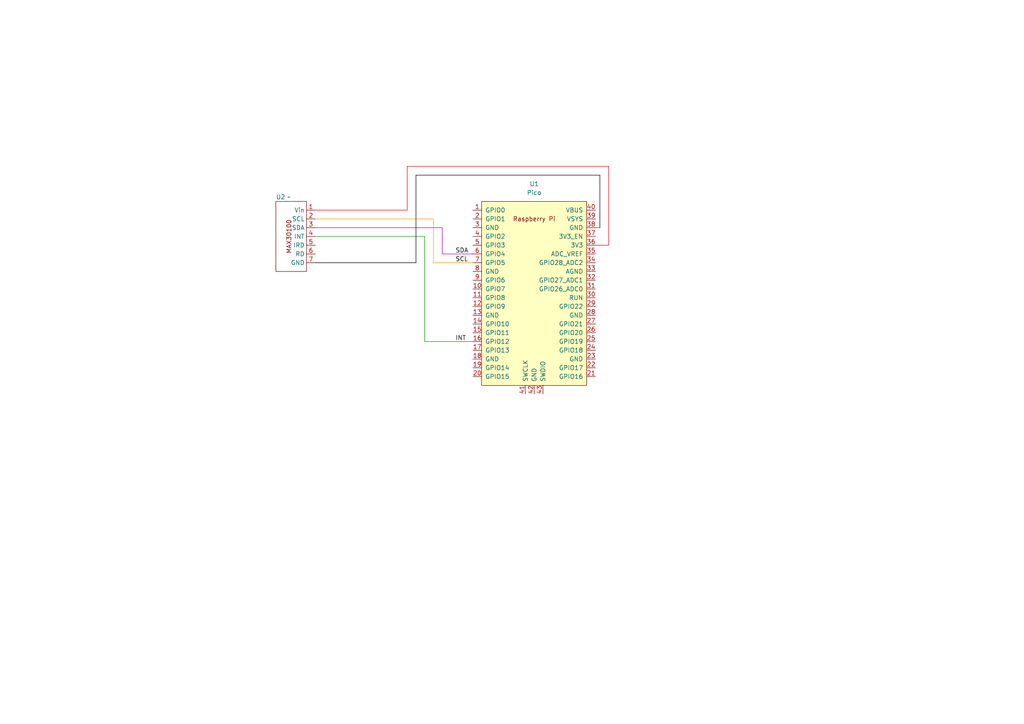
<source format=kicad_sch>
(kicad_sch (version 20230121) (generator eeschema)
  (paper "A4")
  (lib_symbols
    (symbol "MCU_RaspberryPi_and_Boards:Pico" (pin_names (offset 1.016))
      (property "Reference" "U" (at -13.97 27.94 0))
      (property "Value" "Pico" (at 0 19.05 0))
      (symbol "Pico_0_0"
        (text "Raspberry Pi" (at 0 21.59 0) (effects (font (size 1.27 1.27))))
      )
      (symbol "Pico_0_1"
        (rectangle (start -15.24 26.67) (end 15.24 -26.67) (fill (type background)))
      )
      (symbol "Pico_1_1"
        (pin bidirectional line (at -17.78 24.13 0) (length 2.54) (name "GPIO0") (number "1"))
        (pin bidirectional line (at -17.78 1.27 0) (length 2.54) (name "GPIO7") (number "10"))
        (pin bidirectional line (at -17.78 -1.27 0) (length 2.54) (name "GPIO8") (number "11"))
        (pin bidirectional line (at -17.78 -3.81 0) (length 2.54) (name "GPIO9") (number "12"))
        (pin power_in line (at -17.78 -6.35 0) (length 2.54) (name "GND") (number "13"))
        (pin bidirectional line (at -17.78 -8.89 0) (length 2.54) (name "GPIO10") (number "14"))
        (pin bidirectional line (at -17.78 -11.43 0) (length 2.54) (name "GPIO11") (number "15"))
        (pin bidirectional line (at -17.78 -13.97 0) (length 2.54) (name "GPIO12") (number "16"))
        (pin bidirectional line (at -17.78 -16.51 0) (length 2.54) (name "GPIO13") (number "17"))
        (pin power_in line (at -17.78 -19.05 0) (length 2.54) (name "GND") (number "18"))
        (pin bidirectional line (at -17.78 -21.59 0) (length 2.54) (name "GPIO14") (number "19"))
        (pin bidirectional line (at -17.78 21.59 0) (length 2.54) (name "GPIO1") (number "2"))
        (pin bidirectional line (at -17.78 -24.13 0) (length 2.54) (name "GPIO15") (number "20"))
        (pin bidirectional line (at 17.78 -24.13 180) (length 2.54) (name "GPIO16") (number "21"))
        (pin bidirectional line (at 17.78 -21.59 180) (length 2.54) (name "GPIO17") (number "22"))
        (pin power_in line (at 17.78 -19.05 180) (length 2.54) (name "GND") (number "23"))
        (pin bidirectional line (at 17.78 -16.51 180) (length 2.54) (name "GPIO18") (number "24"))
        (pin bidirectional line (at 17.78 -13.97 180) (length 2.54) (name "GPIO19") (number "25"))
        (pin bidirectional line (at 17.78 -11.43 180) (length 2.54) (name "GPIO20") (number "26"))
        (pin bidirectional line (at 17.78 -8.89 180) (length 2.54) (name "GPIO21") (number "27"))
        (pin power_in line (at 17.78 -6.35 180) (length 2.54) (name "GND") (number "28"))
        (pin bidirectional line (at 17.78 -3.81 180) (length 2.54) (name "GPIO22") (number "29"))
        (pin power_in line (at -17.78 19.05 0) (length 2.54) (name "GND") (number "3"))
        (pin input line (at 17.78 -1.27 180) (length 2.54) (name "RUN") (number "30"))
        (pin bidirectional line (at 17.78 1.27 180) (length 2.54) (name "GPIO26_ADC0") (number "31"))
        (pin bidirectional line (at 17.78 3.81 180) (length 2.54) (name "GPIO27_ADC1") (number "32"))
        (pin power_in line (at 17.78 6.35 180) (length 2.54) (name "AGND") (number "33"))
        (pin bidirectional line (at 17.78 8.89 180) (length 2.54) (name "GPIO28_ADC2") (number "34"))
        (pin unspecified line (at 17.78 11.43 180) (length 2.54) (name "ADC_VREF") (number "35"))
        (pin unspecified line (at 17.78 13.97 180) (length 2.54) (name "3V3") (number "36"))
        (pin input line (at 17.78 16.51 180) (length 2.54) (name "3V3_EN") (number "37"))
        (pin bidirectional line (at 17.78 19.05 180) (length 2.54) (name "GND") (number "38"))
        (pin unspecified line (at 17.78 21.59 180) (length 2.54) (name "VSYS") (number "39"))
        (pin bidirectional line (at -17.78 16.51 0) (length 2.54) (name "GPIO2") (number "4"))
        (pin unspecified line (at 17.78 24.13 180) (length 2.54) (name "VBUS") (number "40"))
        (pin input line (at -2.54 -29.21 90) (length 2.54) (name "SWCLK") (number "41"))
        (pin power_in line (at 0 -29.21 90) (length 2.54) (name "GND") (number "42"))
        (pin bidirectional line (at 2.54 -29.21 90) (length 2.54) (name "SWDIO") (number "43"))
        (pin bidirectional line (at -17.78 13.97 0) (length 2.54) (name "GPIO3") (number "5"))
        (pin bidirectional line (at -17.78 11.43 0) (length 2.54) (name "GPIO4") (number "6"))
        (pin bidirectional line (at -17.78 8.89 0) (length 2.54) (name "GPIO5") (number "7"))
        (pin power_in line (at -17.78 6.35 0) (length 2.54) (name "GND") (number "8"))
        (pin bidirectional line (at -17.78 3.81 0) (length 2.54) (name "GPIO6") (number "9"))
      )
    )
    (symbol "maxlib:MAX30100"
      (property "Reference" "U2" (at -3.81 0 0))
      (property "Value" "~" (at 0 0 0))
      (symbol "MAX30100_0_1"
        (rectangle (start -3.81 -1.27) (end 5.08 -21.59))
      )
      (symbol "MAX30100_1_1"
        (text "MAX30100\n" (at 0 -11.43 900) (effects (font (size 1.27 1.27))))
        (pin power_in line (at 7.62 -3.81 180) (length 2.54) (name "Vin") (number "1"))
        (pin bidirectional line (at 7.62 -6.35 180) (length 2.54) (name "SCL") (number "2"))
        (pin bidirectional line (at 7.62 -8.89 180) (length 2.54) (name "SDA") (number "3"))
        (pin bidirectional line (at 7.62 -11.43 180) (length 2.54) (name "INT") (number "4"))
        (pin bidirectional line (at 7.62 -13.97 180) (length 2.54) (name "IRD") (number "5"))
        (pin bidirectional line (at 7.62 -16.51 180) (length 2.54) (name "RD") (number "6"))
        (pin bidirectional line (at 7.62 -19.05 180) (length 2.54) (name "GND") (number "7"))
      )
    )
  )
  (wire (pts (xy 125.73 76.2) (xy 137.16 76.2)) (stroke (width 0) (color 255 153 0 1)))
  (wire (pts (xy 176.53 71.12) (xy 172.72 71.12)) (stroke (width 0) (color 255 0 0 1)))
  (wire (pts (xy 91.44 66.04) (xy 128.27 66.04)) (stroke (width 0) (color 194 0 194 1)))
  (wire (pts (xy 91.44 68.58) (xy 123.19 68.58)))
  (wire (pts (xy 128.27 66.04) (xy 128.27 73.66)) (stroke (width 0) (color 194 0 194 1)))
  (wire (pts (xy 120.65 50.8) (xy 173.99 50.8)) (stroke (width 0) (color 0 0 0 1)))
  (wire (pts (xy 120.65 76.2) (xy 120.65 50.8)) (stroke (width 0) (color 0 0 0 1)))
  (wire (pts (xy 173.99 50.8) (xy 173.99 66.04)) (stroke (width 0) (color 0 0 0 1)))
  (wire (pts (xy 91.44 76.2) (xy 120.65 76.2)) (stroke (width 0) (color 0 0 0 1)))
  (wire (pts (xy 125.73 63.5) (xy 125.73 76.2)) (stroke (width 0) (color 255 153 0 1)))
  (wire (pts (xy 123.19 99.06) (xy 137.16 99.06)))
  (wire (pts (xy 172.72 66.04) (xy 173.99 66.04)))
  (wire (pts (xy 128.27 73.66) (xy 137.16 73.66)) (stroke (width 0) (color 194 0 194 1)))
  (wire (pts (xy 91.44 60.96) (xy 118.11 60.96)) (stroke (width 0) (color 255 0 7 1)))
  (wire (pts (xy 123.19 68.58) (xy 123.19 99.06)))
  (wire (pts (xy 176.53 48.26) (xy 176.53 71.12)) (stroke (width 0) (color 255 0 0 1)))
  (wire (pts (xy 118.11 48.26) (xy 176.53 48.26)) (stroke (width 0) (color 255 0 0 1)))
  (wire (pts (xy 91.44 63.5) (xy 125.73 63.5)) (stroke (width 0) (color 255 153 0 1)))
  (wire (pts (xy 118.11 60.96) (xy 118.11 48.26)) (stroke (width 0) (color 255 0 0 1)))
  (label "SDA" (at 132.08 73.66 0))
  (label "SCL" (at 132.08 76.2 0))
  (label "INT" (at 132.08 99.06 0))
  (symbol (lib_id "maxlib:MAX30100") (at 83.82 57.15 0) (unit 1)
    (property "Reference" "U2" (at 80.01 57.15 0) (effects (justify left)))
    (property "Value" "~" (at 83.82 57.15 0))
  )
  (symbol (lib_id "MCU_RaspberryPi_and_Boards:Pico") (at 154.94 85.09 0) (unit 1)
    (property "Reference" "U1" (at 154.94 53.34 0))
    (property "Value" "Pico" (at 154.94 55.88 0))
    (property "Footprint" "RPi_Pico:RPi_Pico_SMD_TH" (effects hide))
  )
)
</source>
